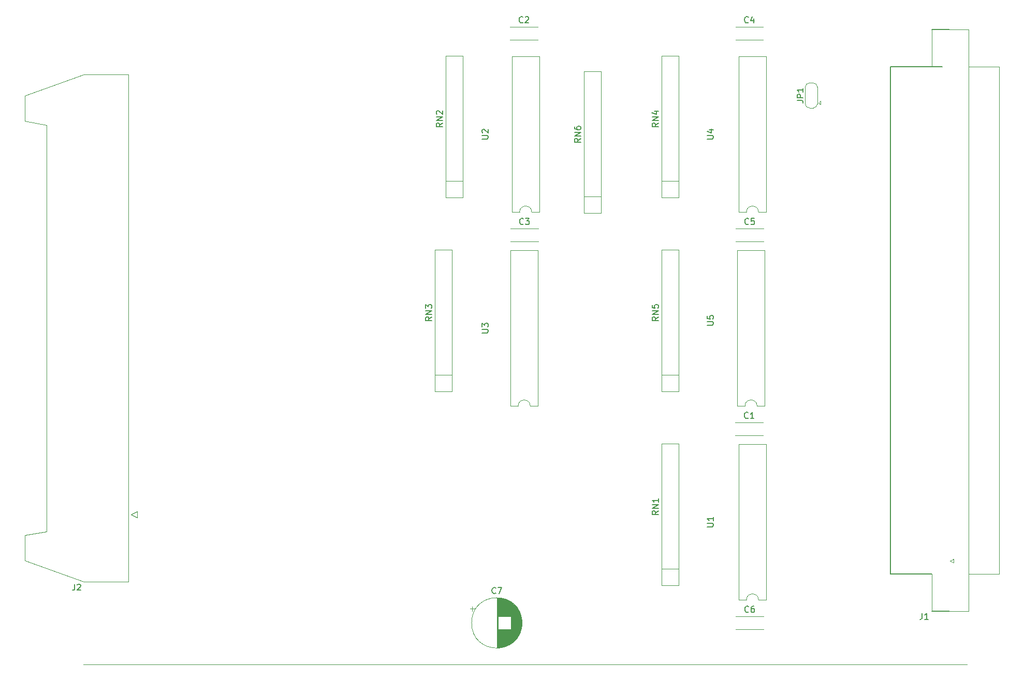
<source format=gbr>
G04 #@! TF.GenerationSoftware,KiCad,Pcbnew,7.0.1*
G04 #@! TF.CreationDate,2023-04-02T21:08:11+02:00*
G04 #@! TF.ProjectId,Victor HC90 Cart,56696374-6f72-4204-9843-393020436172,rev?*
G04 #@! TF.SameCoordinates,Original*
G04 #@! TF.FileFunction,Legend,Top*
G04 #@! TF.FilePolarity,Positive*
%FSLAX46Y46*%
G04 Gerber Fmt 4.6, Leading zero omitted, Abs format (unit mm)*
G04 Created by KiCad (PCBNEW 7.0.1) date 2023-04-02 21:08:11*
%MOMM*%
%LPD*%
G01*
G04 APERTURE LIST*
%ADD10C,0.120000*%
%ADD11C,0.150000*%
G04 APERTURE END LIST*
D10*
X191831500Y-146500000D02*
X47242000Y-146500000D01*
D11*
X164002619Y-54173333D02*
X164716904Y-54173333D01*
X164716904Y-54173333D02*
X164859761Y-54220952D01*
X164859761Y-54220952D02*
X164955000Y-54316190D01*
X164955000Y-54316190D02*
X165002619Y-54459047D01*
X165002619Y-54459047D02*
X165002619Y-54554285D01*
X165002619Y-53697142D02*
X164002619Y-53697142D01*
X164002619Y-53697142D02*
X164002619Y-53316190D01*
X164002619Y-53316190D02*
X164050238Y-53220952D01*
X164050238Y-53220952D02*
X164097857Y-53173333D01*
X164097857Y-53173333D02*
X164193095Y-53125714D01*
X164193095Y-53125714D02*
X164335952Y-53125714D01*
X164335952Y-53125714D02*
X164431190Y-53173333D01*
X164431190Y-53173333D02*
X164478809Y-53220952D01*
X164478809Y-53220952D02*
X164526428Y-53316190D01*
X164526428Y-53316190D02*
X164526428Y-53697142D01*
X165002619Y-52173333D02*
X165002619Y-52744761D01*
X165002619Y-52459047D02*
X164002619Y-52459047D01*
X164002619Y-52459047D02*
X164145476Y-52554285D01*
X164145476Y-52554285D02*
X164240714Y-52649523D01*
X164240714Y-52649523D02*
X164288333Y-52744761D01*
X184451666Y-138132619D02*
X184451666Y-138846904D01*
X184451666Y-138846904D02*
X184404047Y-138989761D01*
X184404047Y-138989761D02*
X184308809Y-139085000D01*
X184308809Y-139085000D02*
X184165952Y-139132619D01*
X184165952Y-139132619D02*
X184070714Y-139132619D01*
X185451666Y-139132619D02*
X184880238Y-139132619D01*
X185165952Y-139132619D02*
X185165952Y-138132619D01*
X185165952Y-138132619D02*
X185070714Y-138275476D01*
X185070714Y-138275476D02*
X184975476Y-138370714D01*
X184975476Y-138370714D02*
X184880238Y-138418333D01*
X114733333Y-134817380D02*
X114685714Y-134865000D01*
X114685714Y-134865000D02*
X114542857Y-134912619D01*
X114542857Y-134912619D02*
X114447619Y-134912619D01*
X114447619Y-134912619D02*
X114304762Y-134865000D01*
X114304762Y-134865000D02*
X114209524Y-134769761D01*
X114209524Y-134769761D02*
X114161905Y-134674523D01*
X114161905Y-134674523D02*
X114114286Y-134484047D01*
X114114286Y-134484047D02*
X114114286Y-134341190D01*
X114114286Y-134341190D02*
X114161905Y-134150714D01*
X114161905Y-134150714D02*
X114209524Y-134055476D01*
X114209524Y-134055476D02*
X114304762Y-133960238D01*
X114304762Y-133960238D02*
X114447619Y-133912619D01*
X114447619Y-133912619D02*
X114542857Y-133912619D01*
X114542857Y-133912619D02*
X114685714Y-133960238D01*
X114685714Y-133960238D02*
X114733333Y-134007857D01*
X115066667Y-133912619D02*
X115733333Y-133912619D01*
X115733333Y-133912619D02*
X115304762Y-134912619D01*
X112492619Y-92201904D02*
X113302142Y-92201904D01*
X113302142Y-92201904D02*
X113397380Y-92154285D01*
X113397380Y-92154285D02*
X113445000Y-92106666D01*
X113445000Y-92106666D02*
X113492619Y-92011428D01*
X113492619Y-92011428D02*
X113492619Y-91820952D01*
X113492619Y-91820952D02*
X113445000Y-91725714D01*
X113445000Y-91725714D02*
X113397380Y-91678095D01*
X113397380Y-91678095D02*
X113302142Y-91630476D01*
X113302142Y-91630476D02*
X112492619Y-91630476D01*
X112492619Y-91249523D02*
X112492619Y-90630476D01*
X112492619Y-90630476D02*
X112873571Y-90963809D01*
X112873571Y-90963809D02*
X112873571Y-90820952D01*
X112873571Y-90820952D02*
X112921190Y-90725714D01*
X112921190Y-90725714D02*
X112968809Y-90678095D01*
X112968809Y-90678095D02*
X113064047Y-90630476D01*
X113064047Y-90630476D02*
X113302142Y-90630476D01*
X113302142Y-90630476D02*
X113397380Y-90678095D01*
X113397380Y-90678095D02*
X113445000Y-90725714D01*
X113445000Y-90725714D02*
X113492619Y-90820952D01*
X113492619Y-90820952D02*
X113492619Y-91106666D01*
X113492619Y-91106666D02*
X113445000Y-91201904D01*
X113445000Y-91201904D02*
X113397380Y-91249523D01*
X141318619Y-89590476D02*
X140842428Y-89923809D01*
X141318619Y-90161904D02*
X140318619Y-90161904D01*
X140318619Y-90161904D02*
X140318619Y-89780952D01*
X140318619Y-89780952D02*
X140366238Y-89685714D01*
X140366238Y-89685714D02*
X140413857Y-89638095D01*
X140413857Y-89638095D02*
X140509095Y-89590476D01*
X140509095Y-89590476D02*
X140651952Y-89590476D01*
X140651952Y-89590476D02*
X140747190Y-89638095D01*
X140747190Y-89638095D02*
X140794809Y-89685714D01*
X140794809Y-89685714D02*
X140842428Y-89780952D01*
X140842428Y-89780952D02*
X140842428Y-90161904D01*
X141318619Y-89161904D02*
X140318619Y-89161904D01*
X140318619Y-89161904D02*
X141318619Y-88590476D01*
X141318619Y-88590476D02*
X140318619Y-88590476D01*
X140318619Y-87638095D02*
X140318619Y-88114285D01*
X140318619Y-88114285D02*
X140794809Y-88161904D01*
X140794809Y-88161904D02*
X140747190Y-88114285D01*
X140747190Y-88114285D02*
X140699571Y-88019047D01*
X140699571Y-88019047D02*
X140699571Y-87780952D01*
X140699571Y-87780952D02*
X140747190Y-87685714D01*
X140747190Y-87685714D02*
X140794809Y-87638095D01*
X140794809Y-87638095D02*
X140890047Y-87590476D01*
X140890047Y-87590476D02*
X141128142Y-87590476D01*
X141128142Y-87590476D02*
X141223380Y-87638095D01*
X141223380Y-87638095D02*
X141271000Y-87685714D01*
X141271000Y-87685714D02*
X141318619Y-87780952D01*
X141318619Y-87780952D02*
X141318619Y-88019047D01*
X141318619Y-88019047D02*
X141271000Y-88114285D01*
X141271000Y-88114285D02*
X141223380Y-88161904D01*
X149322619Y-123951904D02*
X150132142Y-123951904D01*
X150132142Y-123951904D02*
X150227380Y-123904285D01*
X150227380Y-123904285D02*
X150275000Y-123856666D01*
X150275000Y-123856666D02*
X150322619Y-123761428D01*
X150322619Y-123761428D02*
X150322619Y-123570952D01*
X150322619Y-123570952D02*
X150275000Y-123475714D01*
X150275000Y-123475714D02*
X150227380Y-123428095D01*
X150227380Y-123428095D02*
X150132142Y-123380476D01*
X150132142Y-123380476D02*
X149322619Y-123380476D01*
X150322619Y-122380476D02*
X150322619Y-122951904D01*
X150322619Y-122666190D02*
X149322619Y-122666190D01*
X149322619Y-122666190D02*
X149465476Y-122761428D01*
X149465476Y-122761428D02*
X149560714Y-122856666D01*
X149560714Y-122856666D02*
X149608333Y-122951904D01*
X141318619Y-57840476D02*
X140842428Y-58173809D01*
X141318619Y-58411904D02*
X140318619Y-58411904D01*
X140318619Y-58411904D02*
X140318619Y-58030952D01*
X140318619Y-58030952D02*
X140366238Y-57935714D01*
X140366238Y-57935714D02*
X140413857Y-57888095D01*
X140413857Y-57888095D02*
X140509095Y-57840476D01*
X140509095Y-57840476D02*
X140651952Y-57840476D01*
X140651952Y-57840476D02*
X140747190Y-57888095D01*
X140747190Y-57888095D02*
X140794809Y-57935714D01*
X140794809Y-57935714D02*
X140842428Y-58030952D01*
X140842428Y-58030952D02*
X140842428Y-58411904D01*
X141318619Y-57411904D02*
X140318619Y-57411904D01*
X140318619Y-57411904D02*
X141318619Y-56840476D01*
X141318619Y-56840476D02*
X140318619Y-56840476D01*
X140651952Y-55935714D02*
X141318619Y-55935714D01*
X140271000Y-56173809D02*
X140985285Y-56411904D01*
X140985285Y-56411904D02*
X140985285Y-55792857D01*
X112492619Y-60451904D02*
X113302142Y-60451904D01*
X113302142Y-60451904D02*
X113397380Y-60404285D01*
X113397380Y-60404285D02*
X113445000Y-60356666D01*
X113445000Y-60356666D02*
X113492619Y-60261428D01*
X113492619Y-60261428D02*
X113492619Y-60070952D01*
X113492619Y-60070952D02*
X113445000Y-59975714D01*
X113445000Y-59975714D02*
X113397380Y-59928095D01*
X113397380Y-59928095D02*
X113302142Y-59880476D01*
X113302142Y-59880476D02*
X112492619Y-59880476D01*
X112587857Y-59451904D02*
X112540238Y-59404285D01*
X112540238Y-59404285D02*
X112492619Y-59309047D01*
X112492619Y-59309047D02*
X112492619Y-59070952D01*
X112492619Y-59070952D02*
X112540238Y-58975714D01*
X112540238Y-58975714D02*
X112587857Y-58928095D01*
X112587857Y-58928095D02*
X112683095Y-58880476D01*
X112683095Y-58880476D02*
X112778333Y-58880476D01*
X112778333Y-58880476D02*
X112921190Y-58928095D01*
X112921190Y-58928095D02*
X113492619Y-59499523D01*
X113492619Y-59499523D02*
X113492619Y-58880476D01*
X141318619Y-121340476D02*
X140842428Y-121673809D01*
X141318619Y-121911904D02*
X140318619Y-121911904D01*
X140318619Y-121911904D02*
X140318619Y-121530952D01*
X140318619Y-121530952D02*
X140366238Y-121435714D01*
X140366238Y-121435714D02*
X140413857Y-121388095D01*
X140413857Y-121388095D02*
X140509095Y-121340476D01*
X140509095Y-121340476D02*
X140651952Y-121340476D01*
X140651952Y-121340476D02*
X140747190Y-121388095D01*
X140747190Y-121388095D02*
X140794809Y-121435714D01*
X140794809Y-121435714D02*
X140842428Y-121530952D01*
X140842428Y-121530952D02*
X140842428Y-121911904D01*
X141318619Y-120911904D02*
X140318619Y-120911904D01*
X140318619Y-120911904D02*
X141318619Y-120340476D01*
X141318619Y-120340476D02*
X140318619Y-120340476D01*
X141318619Y-119340476D02*
X141318619Y-119911904D01*
X141318619Y-119626190D02*
X140318619Y-119626190D01*
X140318619Y-119626190D02*
X140461476Y-119721428D01*
X140461476Y-119721428D02*
X140556714Y-119816666D01*
X140556714Y-119816666D02*
X140604333Y-119911904D01*
X156043333Y-41347380D02*
X155995714Y-41395000D01*
X155995714Y-41395000D02*
X155852857Y-41442619D01*
X155852857Y-41442619D02*
X155757619Y-41442619D01*
X155757619Y-41442619D02*
X155614762Y-41395000D01*
X155614762Y-41395000D02*
X155519524Y-41299761D01*
X155519524Y-41299761D02*
X155471905Y-41204523D01*
X155471905Y-41204523D02*
X155424286Y-41014047D01*
X155424286Y-41014047D02*
X155424286Y-40871190D01*
X155424286Y-40871190D02*
X155471905Y-40680714D01*
X155471905Y-40680714D02*
X155519524Y-40585476D01*
X155519524Y-40585476D02*
X155614762Y-40490238D01*
X155614762Y-40490238D02*
X155757619Y-40442619D01*
X155757619Y-40442619D02*
X155852857Y-40442619D01*
X155852857Y-40442619D02*
X155995714Y-40490238D01*
X155995714Y-40490238D02*
X156043333Y-40537857D01*
X156900476Y-40775952D02*
X156900476Y-41442619D01*
X156662381Y-40395000D02*
X156424286Y-41109285D01*
X156424286Y-41109285D02*
X157043333Y-41109285D01*
X119173333Y-41347380D02*
X119125714Y-41395000D01*
X119125714Y-41395000D02*
X118982857Y-41442619D01*
X118982857Y-41442619D02*
X118887619Y-41442619D01*
X118887619Y-41442619D02*
X118744762Y-41395000D01*
X118744762Y-41395000D02*
X118649524Y-41299761D01*
X118649524Y-41299761D02*
X118601905Y-41204523D01*
X118601905Y-41204523D02*
X118554286Y-41014047D01*
X118554286Y-41014047D02*
X118554286Y-40871190D01*
X118554286Y-40871190D02*
X118601905Y-40680714D01*
X118601905Y-40680714D02*
X118649524Y-40585476D01*
X118649524Y-40585476D02*
X118744762Y-40490238D01*
X118744762Y-40490238D02*
X118887619Y-40442619D01*
X118887619Y-40442619D02*
X118982857Y-40442619D01*
X118982857Y-40442619D02*
X119125714Y-40490238D01*
X119125714Y-40490238D02*
X119173333Y-40537857D01*
X119554286Y-40537857D02*
X119601905Y-40490238D01*
X119601905Y-40490238D02*
X119697143Y-40442619D01*
X119697143Y-40442619D02*
X119935238Y-40442619D01*
X119935238Y-40442619D02*
X120030476Y-40490238D01*
X120030476Y-40490238D02*
X120078095Y-40537857D01*
X120078095Y-40537857D02*
X120125714Y-40633095D01*
X120125714Y-40633095D02*
X120125714Y-40728333D01*
X120125714Y-40728333D02*
X120078095Y-40871190D01*
X120078095Y-40871190D02*
X119506667Y-41442619D01*
X119506667Y-41442619D02*
X120125714Y-41442619D01*
X45861666Y-133352619D02*
X45861666Y-134066904D01*
X45861666Y-134066904D02*
X45814047Y-134209761D01*
X45814047Y-134209761D02*
X45718809Y-134305000D01*
X45718809Y-134305000D02*
X45575952Y-134352619D01*
X45575952Y-134352619D02*
X45480714Y-134352619D01*
X46290238Y-133447857D02*
X46337857Y-133400238D01*
X46337857Y-133400238D02*
X46433095Y-133352619D01*
X46433095Y-133352619D02*
X46671190Y-133352619D01*
X46671190Y-133352619D02*
X46766428Y-133400238D01*
X46766428Y-133400238D02*
X46814047Y-133447857D01*
X46814047Y-133447857D02*
X46861666Y-133543095D01*
X46861666Y-133543095D02*
X46861666Y-133638333D01*
X46861666Y-133638333D02*
X46814047Y-133781190D01*
X46814047Y-133781190D02*
X46242619Y-134352619D01*
X46242619Y-134352619D02*
X46861666Y-134352619D01*
X156003333Y-106117380D02*
X155955714Y-106165000D01*
X155955714Y-106165000D02*
X155812857Y-106212619D01*
X155812857Y-106212619D02*
X155717619Y-106212619D01*
X155717619Y-106212619D02*
X155574762Y-106165000D01*
X155574762Y-106165000D02*
X155479524Y-106069761D01*
X155479524Y-106069761D02*
X155431905Y-105974523D01*
X155431905Y-105974523D02*
X155384286Y-105784047D01*
X155384286Y-105784047D02*
X155384286Y-105641190D01*
X155384286Y-105641190D02*
X155431905Y-105450714D01*
X155431905Y-105450714D02*
X155479524Y-105355476D01*
X155479524Y-105355476D02*
X155574762Y-105260238D01*
X155574762Y-105260238D02*
X155717619Y-105212619D01*
X155717619Y-105212619D02*
X155812857Y-105212619D01*
X155812857Y-105212619D02*
X155955714Y-105260238D01*
X155955714Y-105260238D02*
X156003333Y-105307857D01*
X156955714Y-106212619D02*
X156384286Y-106212619D01*
X156670000Y-106212619D02*
X156670000Y-105212619D01*
X156670000Y-105212619D02*
X156574762Y-105355476D01*
X156574762Y-105355476D02*
X156479524Y-105450714D01*
X156479524Y-105450714D02*
X156384286Y-105498333D01*
X149322619Y-90931904D02*
X150132142Y-90931904D01*
X150132142Y-90931904D02*
X150227380Y-90884285D01*
X150227380Y-90884285D02*
X150275000Y-90836666D01*
X150275000Y-90836666D02*
X150322619Y-90741428D01*
X150322619Y-90741428D02*
X150322619Y-90550952D01*
X150322619Y-90550952D02*
X150275000Y-90455714D01*
X150275000Y-90455714D02*
X150227380Y-90408095D01*
X150227380Y-90408095D02*
X150132142Y-90360476D01*
X150132142Y-90360476D02*
X149322619Y-90360476D01*
X149322619Y-89408095D02*
X149322619Y-89884285D01*
X149322619Y-89884285D02*
X149798809Y-89931904D01*
X149798809Y-89931904D02*
X149751190Y-89884285D01*
X149751190Y-89884285D02*
X149703571Y-89789047D01*
X149703571Y-89789047D02*
X149703571Y-89550952D01*
X149703571Y-89550952D02*
X149751190Y-89455714D01*
X149751190Y-89455714D02*
X149798809Y-89408095D01*
X149798809Y-89408095D02*
X149894047Y-89360476D01*
X149894047Y-89360476D02*
X150132142Y-89360476D01*
X150132142Y-89360476D02*
X150227380Y-89408095D01*
X150227380Y-89408095D02*
X150275000Y-89455714D01*
X150275000Y-89455714D02*
X150322619Y-89550952D01*
X150322619Y-89550952D02*
X150322619Y-89789047D01*
X150322619Y-89789047D02*
X150275000Y-89884285D01*
X150275000Y-89884285D02*
X150227380Y-89931904D01*
X156083333Y-74367380D02*
X156035714Y-74415000D01*
X156035714Y-74415000D02*
X155892857Y-74462619D01*
X155892857Y-74462619D02*
X155797619Y-74462619D01*
X155797619Y-74462619D02*
X155654762Y-74415000D01*
X155654762Y-74415000D02*
X155559524Y-74319761D01*
X155559524Y-74319761D02*
X155511905Y-74224523D01*
X155511905Y-74224523D02*
X155464286Y-74034047D01*
X155464286Y-74034047D02*
X155464286Y-73891190D01*
X155464286Y-73891190D02*
X155511905Y-73700714D01*
X155511905Y-73700714D02*
X155559524Y-73605476D01*
X155559524Y-73605476D02*
X155654762Y-73510238D01*
X155654762Y-73510238D02*
X155797619Y-73462619D01*
X155797619Y-73462619D02*
X155892857Y-73462619D01*
X155892857Y-73462619D02*
X156035714Y-73510238D01*
X156035714Y-73510238D02*
X156083333Y-73557857D01*
X156988095Y-73462619D02*
X156511905Y-73462619D01*
X156511905Y-73462619D02*
X156464286Y-73938809D01*
X156464286Y-73938809D02*
X156511905Y-73891190D01*
X156511905Y-73891190D02*
X156607143Y-73843571D01*
X156607143Y-73843571D02*
X156845238Y-73843571D01*
X156845238Y-73843571D02*
X156940476Y-73891190D01*
X156940476Y-73891190D02*
X156988095Y-73938809D01*
X156988095Y-73938809D02*
X157035714Y-74034047D01*
X157035714Y-74034047D02*
X157035714Y-74272142D01*
X157035714Y-74272142D02*
X156988095Y-74367380D01*
X156988095Y-74367380D02*
X156940476Y-74415000D01*
X156940476Y-74415000D02*
X156845238Y-74462619D01*
X156845238Y-74462619D02*
X156607143Y-74462619D01*
X156607143Y-74462619D02*
X156511905Y-74415000D01*
X156511905Y-74415000D02*
X156464286Y-74367380D01*
X156083333Y-137867380D02*
X156035714Y-137915000D01*
X156035714Y-137915000D02*
X155892857Y-137962619D01*
X155892857Y-137962619D02*
X155797619Y-137962619D01*
X155797619Y-137962619D02*
X155654762Y-137915000D01*
X155654762Y-137915000D02*
X155559524Y-137819761D01*
X155559524Y-137819761D02*
X155511905Y-137724523D01*
X155511905Y-137724523D02*
X155464286Y-137534047D01*
X155464286Y-137534047D02*
X155464286Y-137391190D01*
X155464286Y-137391190D02*
X155511905Y-137200714D01*
X155511905Y-137200714D02*
X155559524Y-137105476D01*
X155559524Y-137105476D02*
X155654762Y-137010238D01*
X155654762Y-137010238D02*
X155797619Y-136962619D01*
X155797619Y-136962619D02*
X155892857Y-136962619D01*
X155892857Y-136962619D02*
X156035714Y-137010238D01*
X156035714Y-137010238D02*
X156083333Y-137057857D01*
X156940476Y-136962619D02*
X156750000Y-136962619D01*
X156750000Y-136962619D02*
X156654762Y-137010238D01*
X156654762Y-137010238D02*
X156607143Y-137057857D01*
X156607143Y-137057857D02*
X156511905Y-137200714D01*
X156511905Y-137200714D02*
X156464286Y-137391190D01*
X156464286Y-137391190D02*
X156464286Y-137772142D01*
X156464286Y-137772142D02*
X156511905Y-137867380D01*
X156511905Y-137867380D02*
X156559524Y-137915000D01*
X156559524Y-137915000D02*
X156654762Y-137962619D01*
X156654762Y-137962619D02*
X156845238Y-137962619D01*
X156845238Y-137962619D02*
X156940476Y-137915000D01*
X156940476Y-137915000D02*
X156988095Y-137867380D01*
X156988095Y-137867380D02*
X157035714Y-137772142D01*
X157035714Y-137772142D02*
X157035714Y-137534047D01*
X157035714Y-137534047D02*
X156988095Y-137438809D01*
X156988095Y-137438809D02*
X156940476Y-137391190D01*
X156940476Y-137391190D02*
X156845238Y-137343571D01*
X156845238Y-137343571D02*
X156654762Y-137343571D01*
X156654762Y-137343571D02*
X156559524Y-137391190D01*
X156559524Y-137391190D02*
X156511905Y-137438809D01*
X156511905Y-137438809D02*
X156464286Y-137534047D01*
X119253333Y-74367380D02*
X119205714Y-74415000D01*
X119205714Y-74415000D02*
X119062857Y-74462619D01*
X119062857Y-74462619D02*
X118967619Y-74462619D01*
X118967619Y-74462619D02*
X118824762Y-74415000D01*
X118824762Y-74415000D02*
X118729524Y-74319761D01*
X118729524Y-74319761D02*
X118681905Y-74224523D01*
X118681905Y-74224523D02*
X118634286Y-74034047D01*
X118634286Y-74034047D02*
X118634286Y-73891190D01*
X118634286Y-73891190D02*
X118681905Y-73700714D01*
X118681905Y-73700714D02*
X118729524Y-73605476D01*
X118729524Y-73605476D02*
X118824762Y-73510238D01*
X118824762Y-73510238D02*
X118967619Y-73462619D01*
X118967619Y-73462619D02*
X119062857Y-73462619D01*
X119062857Y-73462619D02*
X119205714Y-73510238D01*
X119205714Y-73510238D02*
X119253333Y-73557857D01*
X119586667Y-73462619D02*
X120205714Y-73462619D01*
X120205714Y-73462619D02*
X119872381Y-73843571D01*
X119872381Y-73843571D02*
X120015238Y-73843571D01*
X120015238Y-73843571D02*
X120110476Y-73891190D01*
X120110476Y-73891190D02*
X120158095Y-73938809D01*
X120158095Y-73938809D02*
X120205714Y-74034047D01*
X120205714Y-74034047D02*
X120205714Y-74272142D01*
X120205714Y-74272142D02*
X120158095Y-74367380D01*
X120158095Y-74367380D02*
X120110476Y-74415000D01*
X120110476Y-74415000D02*
X120015238Y-74462619D01*
X120015238Y-74462619D02*
X119729524Y-74462619D01*
X119729524Y-74462619D02*
X119634286Y-74415000D01*
X119634286Y-74415000D02*
X119586667Y-74367380D01*
X128618619Y-60380476D02*
X128142428Y-60713809D01*
X128618619Y-60951904D02*
X127618619Y-60951904D01*
X127618619Y-60951904D02*
X127618619Y-60570952D01*
X127618619Y-60570952D02*
X127666238Y-60475714D01*
X127666238Y-60475714D02*
X127713857Y-60428095D01*
X127713857Y-60428095D02*
X127809095Y-60380476D01*
X127809095Y-60380476D02*
X127951952Y-60380476D01*
X127951952Y-60380476D02*
X128047190Y-60428095D01*
X128047190Y-60428095D02*
X128094809Y-60475714D01*
X128094809Y-60475714D02*
X128142428Y-60570952D01*
X128142428Y-60570952D02*
X128142428Y-60951904D01*
X128618619Y-59951904D02*
X127618619Y-59951904D01*
X127618619Y-59951904D02*
X128618619Y-59380476D01*
X128618619Y-59380476D02*
X127618619Y-59380476D01*
X127618619Y-58475714D02*
X127618619Y-58666190D01*
X127618619Y-58666190D02*
X127666238Y-58761428D01*
X127666238Y-58761428D02*
X127713857Y-58809047D01*
X127713857Y-58809047D02*
X127856714Y-58904285D01*
X127856714Y-58904285D02*
X128047190Y-58951904D01*
X128047190Y-58951904D02*
X128428142Y-58951904D01*
X128428142Y-58951904D02*
X128523380Y-58904285D01*
X128523380Y-58904285D02*
X128571000Y-58856666D01*
X128571000Y-58856666D02*
X128618619Y-58761428D01*
X128618619Y-58761428D02*
X128618619Y-58570952D01*
X128618619Y-58570952D02*
X128571000Y-58475714D01*
X128571000Y-58475714D02*
X128523380Y-58428095D01*
X128523380Y-58428095D02*
X128428142Y-58380476D01*
X128428142Y-58380476D02*
X128190047Y-58380476D01*
X128190047Y-58380476D02*
X128094809Y-58428095D01*
X128094809Y-58428095D02*
X128047190Y-58475714D01*
X128047190Y-58475714D02*
X127999571Y-58570952D01*
X127999571Y-58570952D02*
X127999571Y-58761428D01*
X127999571Y-58761428D02*
X128047190Y-58856666D01*
X128047190Y-58856666D02*
X128094809Y-58904285D01*
X128094809Y-58904285D02*
X128190047Y-58951904D01*
X104251619Y-89590476D02*
X103775428Y-89923809D01*
X104251619Y-90161904D02*
X103251619Y-90161904D01*
X103251619Y-90161904D02*
X103251619Y-89780952D01*
X103251619Y-89780952D02*
X103299238Y-89685714D01*
X103299238Y-89685714D02*
X103346857Y-89638095D01*
X103346857Y-89638095D02*
X103442095Y-89590476D01*
X103442095Y-89590476D02*
X103584952Y-89590476D01*
X103584952Y-89590476D02*
X103680190Y-89638095D01*
X103680190Y-89638095D02*
X103727809Y-89685714D01*
X103727809Y-89685714D02*
X103775428Y-89780952D01*
X103775428Y-89780952D02*
X103775428Y-90161904D01*
X104251619Y-89161904D02*
X103251619Y-89161904D01*
X103251619Y-89161904D02*
X104251619Y-88590476D01*
X104251619Y-88590476D02*
X103251619Y-88590476D01*
X103251619Y-88209523D02*
X103251619Y-87590476D01*
X103251619Y-87590476D02*
X103632571Y-87923809D01*
X103632571Y-87923809D02*
X103632571Y-87780952D01*
X103632571Y-87780952D02*
X103680190Y-87685714D01*
X103680190Y-87685714D02*
X103727809Y-87638095D01*
X103727809Y-87638095D02*
X103823047Y-87590476D01*
X103823047Y-87590476D02*
X104061142Y-87590476D01*
X104061142Y-87590476D02*
X104156380Y-87638095D01*
X104156380Y-87638095D02*
X104204000Y-87685714D01*
X104204000Y-87685714D02*
X104251619Y-87780952D01*
X104251619Y-87780952D02*
X104251619Y-88066666D01*
X104251619Y-88066666D02*
X104204000Y-88161904D01*
X104204000Y-88161904D02*
X104156380Y-88209523D01*
X149322619Y-60451904D02*
X150132142Y-60451904D01*
X150132142Y-60451904D02*
X150227380Y-60404285D01*
X150227380Y-60404285D02*
X150275000Y-60356666D01*
X150275000Y-60356666D02*
X150322619Y-60261428D01*
X150322619Y-60261428D02*
X150322619Y-60070952D01*
X150322619Y-60070952D02*
X150275000Y-59975714D01*
X150275000Y-59975714D02*
X150227380Y-59928095D01*
X150227380Y-59928095D02*
X150132142Y-59880476D01*
X150132142Y-59880476D02*
X149322619Y-59880476D01*
X149655952Y-58975714D02*
X150322619Y-58975714D01*
X149275000Y-59213809D02*
X149989285Y-59451904D01*
X149989285Y-59451904D02*
X149989285Y-58832857D01*
X106012619Y-57840476D02*
X105536428Y-58173809D01*
X106012619Y-58411904D02*
X105012619Y-58411904D01*
X105012619Y-58411904D02*
X105012619Y-58030952D01*
X105012619Y-58030952D02*
X105060238Y-57935714D01*
X105060238Y-57935714D02*
X105107857Y-57888095D01*
X105107857Y-57888095D02*
X105203095Y-57840476D01*
X105203095Y-57840476D02*
X105345952Y-57840476D01*
X105345952Y-57840476D02*
X105441190Y-57888095D01*
X105441190Y-57888095D02*
X105488809Y-57935714D01*
X105488809Y-57935714D02*
X105536428Y-58030952D01*
X105536428Y-58030952D02*
X105536428Y-58411904D01*
X106012619Y-57411904D02*
X105012619Y-57411904D01*
X105012619Y-57411904D02*
X106012619Y-56840476D01*
X106012619Y-56840476D02*
X105012619Y-56840476D01*
X105107857Y-56411904D02*
X105060238Y-56364285D01*
X105060238Y-56364285D02*
X105012619Y-56269047D01*
X105012619Y-56269047D02*
X105012619Y-56030952D01*
X105012619Y-56030952D02*
X105060238Y-55935714D01*
X105060238Y-55935714D02*
X105107857Y-55888095D01*
X105107857Y-55888095D02*
X105203095Y-55840476D01*
X105203095Y-55840476D02*
X105298333Y-55840476D01*
X105298333Y-55840476D02*
X105441190Y-55888095D01*
X105441190Y-55888095D02*
X106012619Y-56459523D01*
X106012619Y-56459523D02*
X106012619Y-55840476D01*
D10*
X167340000Y-51940000D02*
X167340000Y-54740000D01*
X166040000Y-51290000D02*
X166640000Y-51290000D01*
X165340000Y-54740000D02*
X165340000Y-51940000D01*
X167540000Y-54540000D02*
X167840000Y-54240000D01*
X166640000Y-55390000D02*
X166040000Y-55390000D01*
X167540000Y-54540000D02*
X167840000Y-54840000D01*
X167840000Y-54840000D02*
X167840000Y-54240000D01*
X166040000Y-51290000D02*
G75*
G03*
X165340000Y-51990000I0J-700000D01*
G01*
X165340000Y-54690000D02*
G75*
G03*
X166040000Y-55390000I699999J-1D01*
G01*
X166640000Y-55390000D02*
G75*
G03*
X167340000Y-54690000I1J699999D01*
G01*
X167340000Y-51990000D02*
G75*
G03*
X166640000Y-51290000I-700000J0D01*
G01*
X197055000Y-131670000D02*
X192055000Y-131670000D01*
X197055000Y-48670000D02*
X197055000Y-131670000D01*
X192055000Y-137795000D02*
X192055000Y-42570000D01*
X192055000Y-48670000D02*
X197055000Y-48670000D01*
X192055000Y-42570000D02*
X188935000Y-42570000D01*
X189635000Y-129840000D02*
X189635000Y-129240000D01*
X189635000Y-129240000D02*
X189035000Y-129540000D01*
X189035000Y-129540000D02*
X189635000Y-129840000D01*
D11*
X188935000Y-42570000D02*
X186011820Y-42570000D01*
D10*
X186011820Y-137795000D02*
X192055000Y-137795000D01*
D11*
X186011820Y-137770000D02*
X188935000Y-137770000D01*
D10*
X186011820Y-131706620D02*
X186011820Y-137795000D01*
D11*
X186011820Y-131670000D02*
X179270000Y-131670000D01*
D10*
X186011820Y-42570000D02*
X186011820Y-48670000D01*
D11*
X179270000Y-48670000D02*
X187760000Y-48670000D01*
X179270000Y-48670000D02*
X179270000Y-131670000D01*
D10*
X110490302Y-137385000D02*
X111290302Y-137385000D01*
X110890302Y-136985000D02*
X110890302Y-137785000D01*
X114900000Y-135620000D02*
X114900000Y-143780000D01*
X114940000Y-135620000D02*
X114940000Y-143780000D01*
X114980000Y-135620000D02*
X114980000Y-143780000D01*
X115020000Y-135621000D02*
X115020000Y-143779000D01*
X115060000Y-135623000D02*
X115060000Y-143777000D01*
X115100000Y-135624000D02*
X115100000Y-143776000D01*
X115140000Y-135626000D02*
X115140000Y-138660000D01*
X115140000Y-140740000D02*
X115140000Y-143774000D01*
X115180000Y-135629000D02*
X115180000Y-138660000D01*
X115180000Y-140740000D02*
X115180000Y-143771000D01*
X115220000Y-135632000D02*
X115220000Y-138660000D01*
X115220000Y-140740000D02*
X115220000Y-143768000D01*
X115260000Y-135635000D02*
X115260000Y-138660000D01*
X115260000Y-140740000D02*
X115260000Y-143765000D01*
X115300000Y-135639000D02*
X115300000Y-138660000D01*
X115300000Y-140740000D02*
X115300000Y-143761000D01*
X115340000Y-135643000D02*
X115340000Y-138660000D01*
X115340000Y-140740000D02*
X115340000Y-143757000D01*
X115380000Y-135648000D02*
X115380000Y-138660000D01*
X115380000Y-140740000D02*
X115380000Y-143752000D01*
X115420000Y-135652000D02*
X115420000Y-138660000D01*
X115420000Y-140740000D02*
X115420000Y-143748000D01*
X115460000Y-135658000D02*
X115460000Y-138660000D01*
X115460000Y-140740000D02*
X115460000Y-143742000D01*
X115500000Y-135663000D02*
X115500000Y-138660000D01*
X115500000Y-140740000D02*
X115500000Y-143737000D01*
X115540000Y-135670000D02*
X115540000Y-138660000D01*
X115540000Y-140740000D02*
X115540000Y-143730000D01*
X115580000Y-135676000D02*
X115580000Y-138660000D01*
X115580000Y-140740000D02*
X115580000Y-143724000D01*
X115621000Y-135683000D02*
X115621000Y-138660000D01*
X115621000Y-140740000D02*
X115621000Y-143717000D01*
X115661000Y-135690000D02*
X115661000Y-138660000D01*
X115661000Y-140740000D02*
X115661000Y-143710000D01*
X115701000Y-135698000D02*
X115701000Y-138660000D01*
X115701000Y-140740000D02*
X115701000Y-143702000D01*
X115741000Y-135706000D02*
X115741000Y-138660000D01*
X115741000Y-140740000D02*
X115741000Y-143694000D01*
X115781000Y-135715000D02*
X115781000Y-138660000D01*
X115781000Y-140740000D02*
X115781000Y-143685000D01*
X115821000Y-135724000D02*
X115821000Y-138660000D01*
X115821000Y-140740000D02*
X115821000Y-143676000D01*
X115861000Y-135733000D02*
X115861000Y-138660000D01*
X115861000Y-140740000D02*
X115861000Y-143667000D01*
X115901000Y-135743000D02*
X115901000Y-138660000D01*
X115901000Y-140740000D02*
X115901000Y-143657000D01*
X115941000Y-135753000D02*
X115941000Y-138660000D01*
X115941000Y-140740000D02*
X115941000Y-143647000D01*
X115981000Y-135764000D02*
X115981000Y-138660000D01*
X115981000Y-140740000D02*
X115981000Y-143636000D01*
X116021000Y-135775000D02*
X116021000Y-138660000D01*
X116021000Y-140740000D02*
X116021000Y-143625000D01*
X116061000Y-135786000D02*
X116061000Y-138660000D01*
X116061000Y-140740000D02*
X116061000Y-143614000D01*
X116101000Y-135798000D02*
X116101000Y-138660000D01*
X116101000Y-140740000D02*
X116101000Y-143602000D01*
X116141000Y-135811000D02*
X116141000Y-138660000D01*
X116141000Y-140740000D02*
X116141000Y-143589000D01*
X116181000Y-135823000D02*
X116181000Y-138660000D01*
X116181000Y-140740000D02*
X116181000Y-143577000D01*
X116221000Y-135837000D02*
X116221000Y-138660000D01*
X116221000Y-140740000D02*
X116221000Y-143563000D01*
X116261000Y-135850000D02*
X116261000Y-138660000D01*
X116261000Y-140740000D02*
X116261000Y-143550000D01*
X116301000Y-135865000D02*
X116301000Y-138660000D01*
X116301000Y-140740000D02*
X116301000Y-143535000D01*
X116341000Y-135879000D02*
X116341000Y-138660000D01*
X116341000Y-140740000D02*
X116341000Y-143521000D01*
X116381000Y-135895000D02*
X116381000Y-138660000D01*
X116381000Y-140740000D02*
X116381000Y-143505000D01*
X116421000Y-135910000D02*
X116421000Y-138660000D01*
X116421000Y-140740000D02*
X116421000Y-143490000D01*
X116461000Y-135926000D02*
X116461000Y-138660000D01*
X116461000Y-140740000D02*
X116461000Y-143474000D01*
X116501000Y-135943000D02*
X116501000Y-138660000D01*
X116501000Y-140740000D02*
X116501000Y-143457000D01*
X116541000Y-135960000D02*
X116541000Y-138660000D01*
X116541000Y-140740000D02*
X116541000Y-143440000D01*
X116581000Y-135978000D02*
X116581000Y-138660000D01*
X116581000Y-140740000D02*
X116581000Y-143422000D01*
X116621000Y-135996000D02*
X116621000Y-138660000D01*
X116621000Y-140740000D02*
X116621000Y-143404000D01*
X116661000Y-136014000D02*
X116661000Y-138660000D01*
X116661000Y-140740000D02*
X116661000Y-143386000D01*
X116701000Y-136034000D02*
X116701000Y-138660000D01*
X116701000Y-140740000D02*
X116701000Y-143366000D01*
X116741000Y-136053000D02*
X116741000Y-138660000D01*
X116741000Y-140740000D02*
X116741000Y-143347000D01*
X116781000Y-136073000D02*
X116781000Y-138660000D01*
X116781000Y-140740000D02*
X116781000Y-143327000D01*
X116821000Y-136094000D02*
X116821000Y-138660000D01*
X116821000Y-140740000D02*
X116821000Y-143306000D01*
X116861000Y-136116000D02*
X116861000Y-138660000D01*
X116861000Y-140740000D02*
X116861000Y-143284000D01*
X116901000Y-136138000D02*
X116901000Y-138660000D01*
X116901000Y-140740000D02*
X116901000Y-143262000D01*
X116941000Y-136160000D02*
X116941000Y-138660000D01*
X116941000Y-140740000D02*
X116941000Y-143240000D01*
X116981000Y-136183000D02*
X116981000Y-138660000D01*
X116981000Y-140740000D02*
X116981000Y-143217000D01*
X117021000Y-136207000D02*
X117021000Y-138660000D01*
X117021000Y-140740000D02*
X117021000Y-143193000D01*
X117061000Y-136231000D02*
X117061000Y-138660000D01*
X117061000Y-140740000D02*
X117061000Y-143169000D01*
X117101000Y-136256000D02*
X117101000Y-138660000D01*
X117101000Y-140740000D02*
X117101000Y-143144000D01*
X117141000Y-136282000D02*
X117141000Y-138660000D01*
X117141000Y-140740000D02*
X117141000Y-143118000D01*
X117181000Y-136308000D02*
X117181000Y-138660000D01*
X117181000Y-140740000D02*
X117181000Y-143092000D01*
X117221000Y-136335000D02*
X117221000Y-143065000D01*
X117261000Y-136362000D02*
X117261000Y-143038000D01*
X117301000Y-136391000D02*
X117301000Y-143009000D01*
X117341000Y-136420000D02*
X117341000Y-142980000D01*
X117381000Y-136450000D02*
X117381000Y-142950000D01*
X117421000Y-136480000D02*
X117421000Y-142920000D01*
X117461000Y-136511000D02*
X117461000Y-142889000D01*
X117501000Y-136544000D02*
X117501000Y-142856000D01*
X117541000Y-136576000D02*
X117541000Y-142824000D01*
X117581000Y-136610000D02*
X117581000Y-142790000D01*
X117621000Y-136645000D02*
X117621000Y-142755000D01*
X117661000Y-136681000D02*
X117661000Y-142719000D01*
X117701000Y-136717000D02*
X117701000Y-142683000D01*
X117741000Y-136755000D02*
X117741000Y-142645000D01*
X117781000Y-136793000D02*
X117781000Y-142607000D01*
X117821000Y-136833000D02*
X117821000Y-142567000D01*
X117861000Y-136874000D02*
X117861000Y-142526000D01*
X117901000Y-136916000D02*
X117901000Y-142484000D01*
X117941000Y-136959000D02*
X117941000Y-142441000D01*
X117981000Y-137003000D02*
X117981000Y-142397000D01*
X118021000Y-137049000D02*
X118021000Y-142351000D01*
X118061000Y-137096000D02*
X118061000Y-142304000D01*
X118101000Y-137144000D02*
X118101000Y-142256000D01*
X118141000Y-137195000D02*
X118141000Y-142205000D01*
X118181000Y-137246000D02*
X118181000Y-142154000D01*
X118221000Y-137300000D02*
X118221000Y-142100000D01*
X118261000Y-137355000D02*
X118261000Y-142045000D01*
X118301000Y-137413000D02*
X118301000Y-141987000D01*
X118341000Y-137472000D02*
X118341000Y-141928000D01*
X118381000Y-137534000D02*
X118381000Y-141866000D01*
X118421000Y-137598000D02*
X118421000Y-141802000D01*
X118461000Y-137666000D02*
X118461000Y-141734000D01*
X118501000Y-137736000D02*
X118501000Y-141664000D01*
X118541000Y-137810000D02*
X118541000Y-141590000D01*
X118581000Y-137887000D02*
X118581000Y-141513000D01*
X118621000Y-137969000D02*
X118621000Y-141431000D01*
X118661000Y-138055000D02*
X118661000Y-141345000D01*
X118701000Y-138148000D02*
X118701000Y-141252000D01*
X118741000Y-138247000D02*
X118741000Y-141153000D01*
X118781000Y-138354000D02*
X118781000Y-141046000D01*
X118821000Y-138471000D02*
X118821000Y-140929000D01*
X118861000Y-138602000D02*
X118861000Y-140798000D01*
X118901000Y-138752000D02*
X118901000Y-140648000D01*
X118941000Y-138932000D02*
X118941000Y-140468000D01*
X118981000Y-139167000D02*
X118981000Y-140233000D01*
X119020000Y-139700000D02*
G75*
G03*
X119020000Y-139700000I-4120000J0D01*
G01*
X121630000Y-104200000D02*
X121630000Y-78680000D01*
X121630000Y-78680000D02*
X117130000Y-78680000D01*
X120380000Y-104200000D02*
X121630000Y-104200000D01*
X117130000Y-104200000D02*
X118380000Y-104200000D01*
X117130000Y-78680000D02*
X117130000Y-104200000D01*
X120380000Y-104200000D02*
G75*
G03*
X118380000Y-104200000I-1000000J0D01*
G01*
X141856000Y-101770000D02*
X144656000Y-101770000D01*
X144656000Y-101770000D02*
X144656000Y-78570000D01*
X141856000Y-99060000D02*
X144656000Y-99060000D01*
X141856000Y-78570000D02*
X141856000Y-101770000D01*
X144656000Y-78570000D02*
X141856000Y-78570000D01*
X158968000Y-135950000D02*
X158968000Y-110430000D01*
X158968000Y-110430000D02*
X154468000Y-110430000D01*
X157718000Y-135950000D02*
X158968000Y-135950000D01*
X154468000Y-135950000D02*
X155718000Y-135950000D01*
X154468000Y-110430000D02*
X154468000Y-135950000D01*
X157718000Y-135950000D02*
G75*
G03*
X155718000Y-135950000I-1000000J0D01*
G01*
X141856000Y-70020000D02*
X144656000Y-70020000D01*
X144656000Y-70020000D02*
X144656000Y-46820000D01*
X141856000Y-67310000D02*
X144656000Y-67310000D01*
X141856000Y-46820000D02*
X141856000Y-70020000D01*
X144656000Y-46820000D02*
X141856000Y-46820000D01*
X121869000Y-72450000D02*
X121869000Y-46930000D01*
X121869000Y-46930000D02*
X117369000Y-46930000D01*
X120619000Y-72450000D02*
X121869000Y-72450000D01*
X117369000Y-72450000D02*
X118619000Y-72450000D01*
X117369000Y-46930000D02*
X117369000Y-72450000D01*
X120619000Y-72450000D02*
G75*
G03*
X118619000Y-72450000I-1000000J0D01*
G01*
X141856000Y-133520000D02*
X144656000Y-133520000D01*
X144656000Y-133520000D02*
X144656000Y-110320000D01*
X141856000Y-130810000D02*
X144656000Y-130810000D01*
X141856000Y-110320000D02*
X141856000Y-133520000D01*
X144656000Y-110320000D02*
X141856000Y-110320000D01*
X153940000Y-42110000D02*
X153940000Y-42125000D01*
X153940000Y-42110000D02*
X158480000Y-42110000D01*
X153940000Y-44235000D02*
X153940000Y-44250000D01*
X153940000Y-44250000D02*
X158480000Y-44250000D01*
X158480000Y-42110000D02*
X158480000Y-42125000D01*
X158480000Y-44235000D02*
X158480000Y-44250000D01*
X117070000Y-42110000D02*
X117070000Y-42125000D01*
X117070000Y-42110000D02*
X121610000Y-42110000D01*
X117070000Y-44235000D02*
X117070000Y-44250000D01*
X117070000Y-44250000D02*
X121610000Y-44250000D01*
X121610000Y-42110000D02*
X121610000Y-42125000D01*
X121610000Y-44235000D02*
X121610000Y-44250000D01*
X56080000Y-122420000D02*
X56080000Y-121420000D01*
X56080000Y-121420000D02*
X55080000Y-121920000D01*
X55080000Y-121920000D02*
X56080000Y-122420000D01*
X54690000Y-133000000D02*
X47360000Y-133000000D01*
X54690000Y-49880000D02*
X54690000Y-133000000D01*
X47360000Y-133000000D02*
X37700000Y-129530000D01*
X47360000Y-49880000D02*
X54690000Y-49880000D01*
X41260000Y-124710000D02*
X41260000Y-58170000D01*
X41260000Y-58170000D02*
X37700000Y-57540000D01*
X37700000Y-129530000D02*
X37700000Y-125340000D01*
X37700000Y-125340000D02*
X41260000Y-124710000D01*
X37700000Y-57540000D02*
X37700000Y-53350000D01*
X37700000Y-53350000D02*
X47360000Y-49880000D01*
X153900000Y-106880000D02*
X153900000Y-106895000D01*
X153900000Y-106880000D02*
X158440000Y-106880000D01*
X153900000Y-109005000D02*
X153900000Y-109020000D01*
X153900000Y-109020000D02*
X158440000Y-109020000D01*
X158440000Y-106880000D02*
X158440000Y-106895000D01*
X158440000Y-109005000D02*
X158440000Y-109020000D01*
X158729000Y-104200000D02*
X158729000Y-78680000D01*
X158729000Y-78680000D02*
X154229000Y-78680000D01*
X157479000Y-104200000D02*
X158729000Y-104200000D01*
X154229000Y-104200000D02*
X155479000Y-104200000D01*
X154229000Y-78680000D02*
X154229000Y-104200000D01*
X157479000Y-104200000D02*
G75*
G03*
X155479000Y-104200000I-1000000J0D01*
G01*
X153980000Y-75130000D02*
X153980000Y-75145000D01*
X153980000Y-75130000D02*
X158520000Y-75130000D01*
X153980000Y-77255000D02*
X153980000Y-77270000D01*
X153980000Y-77270000D02*
X158520000Y-77270000D01*
X158520000Y-75130000D02*
X158520000Y-75145000D01*
X158520000Y-77255000D02*
X158520000Y-77270000D01*
X153980000Y-138630000D02*
X153980000Y-138645000D01*
X153980000Y-138630000D02*
X158520000Y-138630000D01*
X153980000Y-140755000D02*
X153980000Y-140770000D01*
X153980000Y-140770000D02*
X158520000Y-140770000D01*
X158520000Y-138630000D02*
X158520000Y-138645000D01*
X158520000Y-140755000D02*
X158520000Y-140770000D01*
X117150000Y-75130000D02*
X117150000Y-75145000D01*
X117150000Y-75130000D02*
X121690000Y-75130000D01*
X117150000Y-77255000D02*
X117150000Y-77270000D01*
X117150000Y-77270000D02*
X121690000Y-77270000D01*
X121690000Y-75130000D02*
X121690000Y-75145000D01*
X121690000Y-77255000D02*
X121690000Y-77270000D01*
X129156000Y-72560000D02*
X131956000Y-72560000D01*
X131956000Y-72560000D02*
X131956000Y-49360000D01*
X129156000Y-69850000D02*
X131956000Y-69850000D01*
X129156000Y-49360000D02*
X129156000Y-72560000D01*
X131956000Y-49360000D02*
X129156000Y-49360000D01*
X104789000Y-101770000D02*
X107589000Y-101770000D01*
X107589000Y-101770000D02*
X107589000Y-78570000D01*
X104789000Y-99060000D02*
X107589000Y-99060000D01*
X104789000Y-78570000D02*
X104789000Y-101770000D01*
X107589000Y-78570000D02*
X104789000Y-78570000D01*
X158968000Y-72450000D02*
X158968000Y-46930000D01*
X158968000Y-46930000D02*
X154468000Y-46930000D01*
X157718000Y-72450000D02*
X158968000Y-72450000D01*
X154468000Y-72450000D02*
X155718000Y-72450000D01*
X154468000Y-46930000D02*
X154468000Y-72450000D01*
X157718000Y-72450000D02*
G75*
G03*
X155718000Y-72450000I-1000000J0D01*
G01*
X106550000Y-70020000D02*
X109350000Y-70020000D01*
X109350000Y-70020000D02*
X109350000Y-46820000D01*
X106550000Y-67310000D02*
X109350000Y-67310000D01*
X106550000Y-46820000D02*
X106550000Y-70020000D01*
X109350000Y-46820000D02*
X106550000Y-46820000D01*
M02*

</source>
